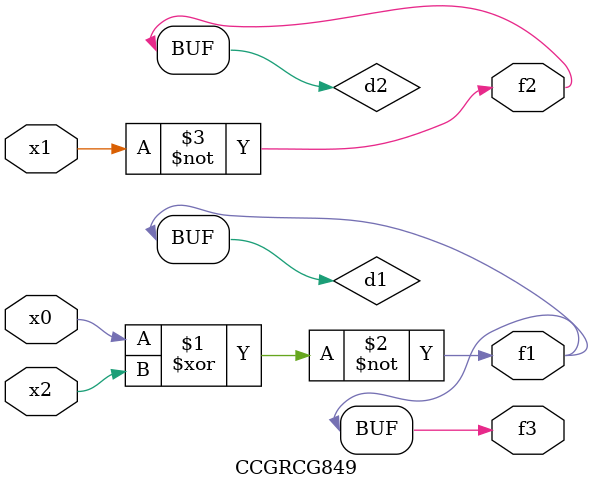
<source format=v>
module CCGRCG849(
	input x0, x1, x2,
	output f1, f2, f3
);

	wire d1, d2, d3;

	xnor (d1, x0, x2);
	nand (d2, x1);
	nor (d3, x1, x2);
	assign f1 = d1;
	assign f2 = d2;
	assign f3 = d1;
endmodule

</source>
